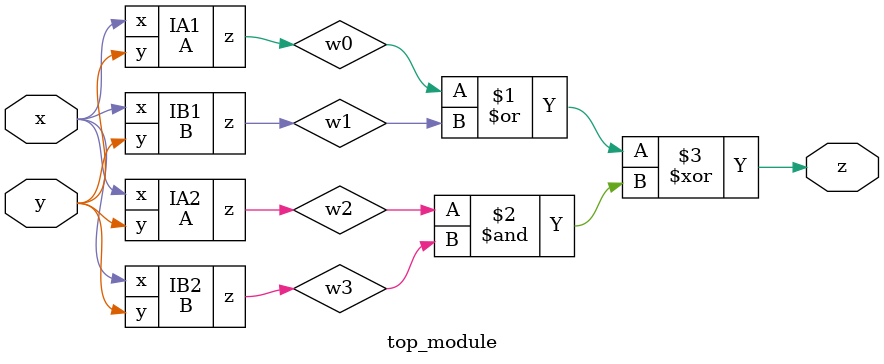
<source format=v>
module A(input x,y, output z);
    assign z=(x^y)&x;
endmodule

module B(input x,y,output z);
    assign z=(x~^y);
endmodule


module top_module (input x, input y, output z);
wire w0,w1,w2,w3;
    A IA1(x,y,w0);
    A IA2(x,y,w2);
    B IB1(x,y,w1);
    B IB2(x,y,w3);
    
    assign z=(w0|w1)^(w2&w3);

endmodule

</source>
